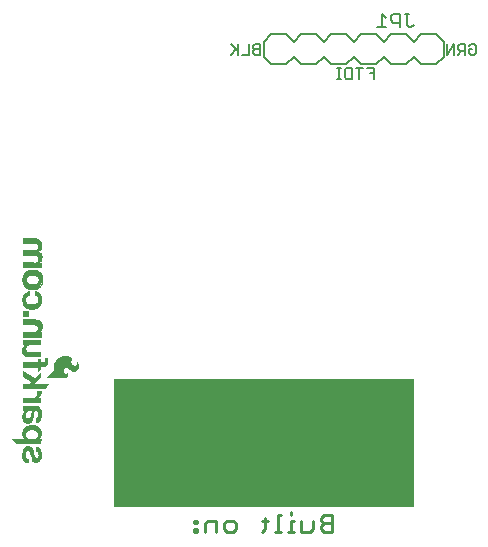
<source format=gbr>
G04 EAGLE Gerber RS-274X export*
G75*
%MOMM*%
%FSLAX34Y34*%
%LPD*%
%INSilkscreen Bottom*%
%IPPOS*%
%AMOC8*
5,1,8,0,0,1.08239X$1,22.5*%
G01*
%ADD10C,0.152400*%
%ADD11C,0.279400*%
%ADD12R,25.400000X10.795000*%
%ADD13C,0.025400*%
%ADD14R,0.485100X0.495300*%
%ADD15C,0.203200*%
%ADD16C,0.127000*%

G36*
X46563Y140567D02*
X46563Y140567D01*
X46569Y140565D01*
X47400Y140635D01*
X47411Y140641D01*
X47426Y140640D01*
X48225Y140880D01*
X48235Y140888D01*
X48249Y140890D01*
X48981Y141291D01*
X48989Y141301D01*
X49002Y141306D01*
X49552Y141776D01*
X49557Y141787D01*
X49569Y141794D01*
X50014Y142364D01*
X50017Y142376D01*
X50027Y142386D01*
X50348Y143034D01*
X50349Y143046D01*
X50357Y143058D01*
X50541Y143757D01*
X50540Y143768D01*
X50545Y143779D01*
X50618Y144719D01*
X50616Y144728D01*
X50619Y144735D01*
X50618Y144737D01*
X50618Y144739D01*
X50545Y145679D01*
X50543Y145683D01*
X50544Y145689D01*
X50468Y146172D01*
X50443Y146211D01*
X50422Y146251D01*
X50418Y146252D01*
X50416Y146255D01*
X50371Y146265D01*
X50327Y146277D01*
X50323Y146275D01*
X50319Y146276D01*
X50281Y146251D01*
X50242Y146228D01*
X50241Y146223D01*
X50238Y146221D01*
X50229Y146180D01*
X50217Y146140D01*
X50233Y145982D01*
X50205Y145844D01*
X50134Y145711D01*
X49535Y144887D01*
X49469Y144819D01*
X49421Y144769D01*
X49283Y144697D01*
X48868Y144604D01*
X48440Y144604D01*
X48024Y144697D01*
X47620Y144903D01*
X47292Y145216D01*
X46927Y145822D01*
X46720Y146500D01*
X46685Y147211D01*
X46782Y147821D01*
X46980Y148407D01*
X47273Y148950D01*
X47638Y149375D01*
X48098Y149690D01*
X48623Y149876D01*
X49179Y149919D01*
X49727Y149817D01*
X50230Y149577D01*
X50665Y149207D01*
X52206Y147754D01*
X52216Y147751D01*
X52222Y147742D01*
X53980Y146555D01*
X53993Y146553D01*
X54003Y146543D01*
X54691Y146263D01*
X54706Y146264D01*
X54721Y146255D01*
X55456Y146156D01*
X55471Y146160D01*
X55488Y146155D01*
X56225Y146242D01*
X56238Y146250D01*
X56256Y146250D01*
X56948Y146517D01*
X56959Y146528D01*
X56976Y146532D01*
X57579Y146963D01*
X57586Y146974D01*
X57598Y146979D01*
X57776Y147168D01*
X57777Y147168D01*
X58015Y147421D01*
X58016Y147421D01*
X58254Y147673D01*
X58256Y147675D01*
X58259Y147683D01*
X58267Y147688D01*
X58827Y148465D01*
X58830Y148475D01*
X58838Y148483D01*
X59226Y149263D01*
X59227Y149275D01*
X59235Y149286D01*
X59466Y150126D01*
X59465Y150138D01*
X59471Y150150D01*
X59537Y151018D01*
X59533Y151029D01*
X59537Y151040D01*
X59451Y151940D01*
X59447Y151949D01*
X59448Y151959D01*
X59228Y152837D01*
X59222Y152845D01*
X59221Y152857D01*
X59120Y153085D01*
X58968Y153441D01*
X58968Y153442D01*
X58747Y153946D01*
X58736Y153956D01*
X58731Y153973D01*
X58393Y154408D01*
X58386Y154411D01*
X58382Y154419D01*
X58357Y154444D01*
X58357Y154445D01*
X58356Y154447D01*
X58264Y154482D01*
X58175Y154441D01*
X58142Y154356D01*
X58142Y153753D01*
X58085Y153242D01*
X57946Y152752D01*
X57691Y152271D01*
X57687Y152268D01*
X57321Y151876D01*
X56861Y151590D01*
X56342Y151433D01*
X56039Y151421D01*
X55739Y151480D01*
X55245Y151686D01*
X54787Y151969D01*
X54377Y152320D01*
X54023Y152732D01*
X53372Y153634D01*
X53123Y154122D01*
X53025Y154652D01*
X53083Y155190D01*
X53148Y155364D01*
X53397Y155725D01*
X53736Y155999D01*
X53839Y156043D01*
X53959Y156059D01*
X54839Y156059D01*
X54880Y156076D01*
X54922Y156090D01*
X54925Y156095D01*
X54930Y156097D01*
X54946Y156138D01*
X54965Y156178D01*
X54963Y156184D01*
X54965Y156189D01*
X54953Y156216D01*
X54937Y156265D01*
X54016Y157391D01*
X54004Y157397D01*
X53997Y157409D01*
X52860Y158316D01*
X52849Y158319D01*
X52841Y158328D01*
X51907Y158830D01*
X51897Y158831D01*
X51889Y158837D01*
X50892Y159195D01*
X50882Y159195D01*
X50873Y159200D01*
X49834Y159407D01*
X49823Y159405D01*
X49813Y159409D01*
X47885Y159470D01*
X47874Y159465D01*
X47862Y159468D01*
X45955Y159180D01*
X45945Y159174D01*
X45933Y159174D01*
X44109Y158546D01*
X44100Y158539D01*
X44088Y158537D01*
X42407Y157590D01*
X42401Y157582D01*
X42390Y157579D01*
X41283Y156694D01*
X41280Y156689D01*
X41275Y156686D01*
X41274Y156684D01*
X41270Y156682D01*
X40917Y156308D01*
X40441Y155803D01*
X40298Y155651D01*
X40295Y155643D01*
X40287Y155637D01*
X39470Y154480D01*
X39468Y154470D01*
X39460Y154462D01*
X38860Y153232D01*
X38859Y153221D01*
X38851Y153211D01*
X38483Y151892D01*
X38485Y151881D01*
X38479Y151870D01*
X38355Y150506D01*
X38357Y150501D01*
X38355Y150495D01*
X38355Y148220D01*
X38290Y147852D01*
X38163Y147501D01*
X37574Y146511D01*
X36792Y145657D01*
X31310Y140785D01*
X31308Y140781D01*
X31303Y140779D01*
X31287Y140737D01*
X31268Y140696D01*
X31270Y140692D01*
X31268Y140687D01*
X31287Y140646D01*
X31302Y140604D01*
X31307Y140602D01*
X31309Y140598D01*
X31382Y140569D01*
X31393Y140565D01*
X31394Y140565D01*
X46558Y140565D01*
X46563Y140567D01*
G37*
G36*
X27063Y85030D02*
X27063Y85030D01*
X27102Y85040D01*
X27108Y85049D01*
X27117Y85053D01*
X27128Y85081D01*
X27150Y85118D01*
X27886Y89004D01*
X27883Y89018D01*
X27888Y89033D01*
X27873Y89065D01*
X27865Y89100D01*
X27852Y89108D01*
X27846Y89122D01*
X27807Y89136D01*
X27782Y89152D01*
X27771Y89149D01*
X27760Y89153D01*
X25843Y89129D01*
X25992Y89263D01*
X25993Y89264D01*
X25994Y89264D01*
X26959Y90153D01*
X26961Y90159D01*
X26968Y90163D01*
X27269Y90506D01*
X27273Y90517D01*
X27283Y90525D01*
X27516Y90919D01*
X27517Y90928D01*
X27524Y90936D01*
X28057Y92257D01*
X28057Y92268D01*
X28064Y92278D01*
X28166Y92760D01*
X28163Y92772D01*
X28168Y92784D01*
X28193Y94765D01*
X28189Y94776D01*
X28191Y94788D01*
X28008Y95873D01*
X28001Y95883D01*
X28001Y95898D01*
X27601Y96922D01*
X27593Y96929D01*
X27591Y96941D01*
X27050Y97843D01*
X27044Y97848D01*
X27041Y97857D01*
X26388Y98681D01*
X26378Y98687D01*
X26373Y98697D01*
X25483Y99489D01*
X25470Y99493D01*
X25461Y99505D01*
X24420Y100084D01*
X24408Y100086D01*
X24397Y100094D01*
X22284Y100768D01*
X22273Y100767D01*
X22262Y100773D01*
X20062Y101056D01*
X20051Y101053D01*
X20039Y101057D01*
X17824Y100939D01*
X17814Y100934D01*
X17802Y100936D01*
X16426Y100613D01*
X16417Y100607D01*
X16405Y100606D01*
X15105Y100050D01*
X15097Y100042D01*
X15086Y100040D01*
X13901Y99268D01*
X13895Y99259D01*
X13884Y99254D01*
X13177Y98597D01*
X13173Y98587D01*
X13163Y98581D01*
X12578Y97813D01*
X12576Y97802D01*
X12567Y97795D01*
X12121Y96939D01*
X12120Y96928D01*
X12112Y96919D01*
X11818Y96000D01*
X11819Y95990D01*
X11813Y95980D01*
X11624Y94768D01*
X11626Y94759D01*
X11623Y94750D01*
X11606Y93523D01*
X11609Y93515D01*
X11607Y93505D01*
X11762Y92288D01*
X11767Y92278D01*
X11767Y92266D01*
X12031Y91422D01*
X12039Y91412D01*
X12042Y91397D01*
X12479Y90628D01*
X12489Y90620D01*
X12494Y90606D01*
X13084Y89946D01*
X13096Y89940D01*
X13104Y89928D01*
X13820Y89408D01*
X13822Y89407D01*
X2718Y89407D01*
X2674Y89389D01*
X2631Y89372D01*
X2630Y89370D01*
X2627Y89369D01*
X2610Y89325D01*
X2592Y89281D01*
X2593Y89279D01*
X2592Y89277D01*
X2601Y89256D01*
X2624Y89196D01*
X6358Y85056D01*
X6364Y85054D01*
X6367Y85048D01*
X6427Y85024D01*
X6448Y85015D01*
X6450Y85016D01*
X6452Y85015D01*
X27026Y85015D01*
X27063Y85030D01*
G37*
G36*
X28145Y234165D02*
X28145Y234165D01*
X28147Y234164D01*
X28190Y234184D01*
X28234Y234202D01*
X28234Y234204D01*
X28236Y234205D01*
X28269Y234290D01*
X28269Y238277D01*
X28268Y238279D01*
X28269Y238281D01*
X28249Y238324D01*
X28231Y238368D01*
X28229Y238368D01*
X28228Y238370D01*
X28143Y238403D01*
X26090Y238403D01*
X26097Y238434D01*
X26493Y238736D01*
X26496Y238742D01*
X26504Y238745D01*
X27291Y239507D01*
X27294Y239515D01*
X27301Y239519D01*
X27913Y240281D01*
X27917Y240295D01*
X27930Y240307D01*
X28334Y241197D01*
X28334Y241209D01*
X28342Y241220D01*
X28596Y242312D01*
X28595Y242321D01*
X28599Y242329D01*
X28726Y243701D01*
X28723Y243711D01*
X28726Y243722D01*
X28657Y244679D01*
X28651Y244690D01*
X28652Y244704D01*
X28392Y245627D01*
X28384Y245637D01*
X28382Y245650D01*
X27979Y246440D01*
X27970Y246448D01*
X27966Y246461D01*
X27420Y247159D01*
X27409Y247165D01*
X27403Y247177D01*
X26734Y247759D01*
X26722Y247762D01*
X26720Y247765D01*
X26720Y247766D01*
X26719Y247766D01*
X26714Y247773D01*
X26056Y248153D01*
X26098Y248195D01*
X26579Y248650D01*
X26580Y248653D01*
X26583Y248654D01*
X27342Y249442D01*
X27345Y249451D01*
X27354Y249456D01*
X27992Y250345D01*
X27994Y250356D01*
X28002Y250364D01*
X28396Y251169D01*
X28396Y251181D01*
X28404Y251192D01*
X28636Y252057D01*
X28634Y252069D01*
X28640Y252081D01*
X28701Y252975D01*
X28700Y252978D01*
X28701Y252979D01*
X28698Y252985D01*
X28701Y252995D01*
X28594Y254274D01*
X28590Y254281D01*
X28592Y254288D01*
X28343Y255548D01*
X28337Y255557D01*
X28337Y255569D01*
X28011Y256435D01*
X28001Y256445D01*
X27998Y256460D01*
X27491Y257234D01*
X27479Y257241D01*
X27473Y257255D01*
X26809Y257901D01*
X26797Y257905D01*
X26788Y257917D01*
X25849Y258505D01*
X25836Y258507D01*
X25826Y258517D01*
X24787Y258903D01*
X24774Y258902D01*
X24762Y258909D01*
X23666Y259078D01*
X23657Y259075D01*
X23647Y259079D01*
X12065Y259079D01*
X12063Y259078D01*
X12061Y259079D01*
X12018Y259059D01*
X11974Y259041D01*
X11974Y259039D01*
X11972Y259038D01*
X11939Y258953D01*
X11939Y254711D01*
X11940Y254709D01*
X11939Y254707D01*
X11959Y254664D01*
X11977Y254620D01*
X11979Y254620D01*
X11980Y254618D01*
X12065Y254585D01*
X22344Y254585D01*
X23224Y254478D01*
X24046Y254166D01*
X24430Y253905D01*
X24743Y253562D01*
X24969Y253156D01*
X25097Y252708D01*
X25165Y251804D01*
X25073Y250901D01*
X24947Y250492D01*
X24737Y250119D01*
X24451Y249801D01*
X23923Y249416D01*
X23328Y249143D01*
X22689Y248994D01*
X21586Y248919D01*
X12065Y248919D01*
X12063Y248918D01*
X12061Y248919D01*
X12018Y248899D01*
X11974Y248881D01*
X11974Y248879D01*
X11972Y248878D01*
X11939Y248793D01*
X11939Y244475D01*
X11940Y244473D01*
X11939Y244471D01*
X11959Y244428D01*
X11977Y244384D01*
X11979Y244384D01*
X11980Y244382D01*
X12065Y244349D01*
X22624Y244349D01*
X23287Y244269D01*
X23906Y244038D01*
X24453Y243668D01*
X24771Y243321D01*
X25004Y242913D01*
X25140Y242462D01*
X25172Y241985D01*
X25122Y241137D01*
X25040Y240697D01*
X24862Y240293D01*
X24596Y239939D01*
X23652Y239119D01*
X23114Y238836D01*
X22523Y238704D01*
X21901Y238734D01*
X21898Y238733D01*
X21895Y238734D01*
X12090Y238734D01*
X12088Y238733D01*
X12086Y238734D01*
X12043Y238714D01*
X11999Y238696D01*
X11999Y238694D01*
X11997Y238693D01*
X11964Y238608D01*
X11964Y234290D01*
X11965Y234288D01*
X11964Y234286D01*
X11984Y234243D01*
X12002Y234199D01*
X12004Y234199D01*
X12005Y234197D01*
X12090Y234164D01*
X28143Y234164D01*
X28145Y234165D01*
G37*
G36*
X16993Y102388D02*
X16993Y102388D01*
X17005Y102393D01*
X17020Y102391D01*
X17961Y102597D01*
X17973Y102606D01*
X17990Y102607D01*
X18852Y103036D01*
X18861Y103046D01*
X18876Y103051D01*
X19485Y103549D01*
X19489Y103557D01*
X19497Y103560D01*
X19498Y103564D01*
X19503Y103567D01*
X20001Y104177D01*
X20004Y104189D01*
X20015Y104198D01*
X20381Y104894D01*
X20382Y104905D01*
X20389Y104914D01*
X20873Y106399D01*
X20872Y106407D01*
X20877Y106416D01*
X21155Y107953D01*
X21154Y107957D01*
X21157Y107962D01*
X21385Y110168D01*
X21611Y111474D01*
X21776Y111943D01*
X22022Y112371D01*
X22283Y112655D01*
X22370Y112715D01*
X22467Y112757D01*
X22988Y112868D01*
X23519Y112868D01*
X24040Y112757D01*
X24354Y112618D01*
X24633Y112419D01*
X24867Y112166D01*
X25060Y111852D01*
X25188Y111506D01*
X25249Y111137D01*
X25299Y109782D01*
X25245Y109195D01*
X25080Y108634D01*
X24825Y108170D01*
X24469Y107780D01*
X24031Y107485D01*
X23536Y107301D01*
X23005Y107238D01*
X22962Y107238D01*
X22960Y107237D01*
X22958Y107238D01*
X22915Y107218D01*
X22871Y107200D01*
X22871Y107198D01*
X22869Y107197D01*
X22836Y107112D01*
X22836Y102971D01*
X22834Y102970D01*
X22824Y102928D01*
X22810Y102886D01*
X22813Y102880D01*
X22812Y102874D01*
X22828Y102849D01*
X22849Y102804D01*
X22874Y102779D01*
X22875Y102779D01*
X22917Y102763D01*
X22966Y102744D01*
X22967Y102744D01*
X23009Y102764D01*
X23052Y102783D01*
X23943Y102905D01*
X23954Y102911D01*
X23969Y102911D01*
X24910Y103245D01*
X24920Y103254D01*
X24934Y103257D01*
X25787Y103776D01*
X25795Y103787D01*
X25808Y103792D01*
X26538Y104475D01*
X26543Y104487D01*
X26555Y104495D01*
X27129Y105312D01*
X27132Y105324D01*
X27141Y105333D01*
X27670Y106491D01*
X27670Y106501D01*
X27677Y106510D01*
X28011Y107739D01*
X28010Y107748D01*
X28014Y107757D01*
X28228Y109497D01*
X28225Y109505D01*
X28228Y109513D01*
X28220Y111267D01*
X28217Y111274D01*
X28219Y111283D01*
X27989Y113022D01*
X27984Y113030D01*
X27985Y113041D01*
X27560Y114455D01*
X27552Y114464D01*
X27551Y114478D01*
X26857Y115781D01*
X26847Y115790D01*
X26842Y115804D01*
X26359Y116366D01*
X26345Y116373D01*
X26336Y116387D01*
X25731Y116814D01*
X25716Y116817D01*
X25704Y116829D01*
X25013Y117096D01*
X24998Y117095D01*
X24983Y117103D01*
X24248Y117194D01*
X24240Y117192D01*
X24232Y117195D01*
X19406Y117195D01*
X19404Y117194D01*
X19402Y117195D01*
X19387Y117188D01*
X19303Y117220D01*
X14965Y117195D01*
X13628Y117297D01*
X12333Y117646D01*
X12134Y117720D01*
X12109Y117719D01*
X12086Y117728D01*
X12062Y117717D01*
X12036Y117716D01*
X12019Y117697D01*
X11997Y117687D01*
X11986Y117660D01*
X11970Y117642D01*
X11972Y117623D01*
X11964Y117602D01*
X11964Y113568D01*
X11961Y113532D01*
X11970Y113504D01*
X11974Y113464D01*
X11993Y113427D01*
X12010Y113413D01*
X12015Y113402D01*
X12022Y113399D01*
X12039Y113376D01*
X12075Y113355D01*
X12092Y113352D01*
X12108Y113340D01*
X12388Y113264D01*
X12391Y113265D01*
X12394Y113263D01*
X13423Y113036D01*
X13446Y113027D01*
X13452Y113020D01*
X13454Y113012D01*
X13453Y113003D01*
X13437Y112979D01*
X12734Y112152D01*
X12730Y112141D01*
X12720Y112132D01*
X12180Y111181D01*
X12179Y111170D01*
X12171Y111160D01*
X11818Y110125D01*
X11819Y110113D01*
X11813Y110103D01*
X11572Y108485D01*
X11575Y108475D01*
X11571Y108464D01*
X11609Y106829D01*
X11614Y106818D01*
X11612Y106804D01*
X11920Y105432D01*
X11928Y105421D01*
X11929Y105406D01*
X12535Y104137D01*
X12545Y104128D01*
X12549Y104114D01*
X12891Y103666D01*
X12901Y103660D01*
X12907Y103648D01*
X13327Y103271D01*
X13338Y103267D01*
X13346Y103257D01*
X13829Y102965D01*
X13840Y102963D01*
X13850Y102955D01*
X14843Y102582D01*
X14854Y102582D01*
X14865Y102576D01*
X15909Y102387D01*
X15920Y102390D01*
X15932Y102385D01*
X16993Y102388D01*
G37*
G36*
X31363Y131530D02*
X31363Y131530D01*
X31383Y131528D01*
X31410Y131550D01*
X31435Y131560D01*
X31440Y131575D01*
X31454Y131585D01*
X33816Y135725D01*
X33820Y135760D01*
X33832Y135792D01*
X33825Y135807D01*
X33827Y135823D01*
X33805Y135850D01*
X33791Y135881D01*
X33775Y135888D01*
X33765Y135900D01*
X33738Y135902D01*
X33706Y135914D01*
X22276Y135914D01*
X27750Y141389D01*
X27752Y141392D01*
X27754Y141393D01*
X27787Y141478D01*
X27787Y146152D01*
X27787Y146154D01*
X27787Y146155D01*
X27767Y146199D01*
X27749Y146243D01*
X27747Y146243D01*
X27746Y146245D01*
X27702Y146261D01*
X27657Y146278D01*
X27655Y146277D01*
X27654Y146278D01*
X27571Y146240D01*
X22005Y140549D01*
X12110Y147146D01*
X12072Y147153D01*
X12035Y147167D01*
X12025Y147162D01*
X12013Y147164D01*
X11982Y147142D01*
X11946Y147125D01*
X11942Y147114D01*
X11933Y147108D01*
X11928Y147078D01*
X11914Y147040D01*
X11939Y141960D01*
X11946Y141943D01*
X11944Y141925D01*
X11966Y141896D01*
X11978Y141870D01*
X11990Y141865D01*
X12000Y141853D01*
X18978Y137620D01*
X18904Y137543D01*
X18782Y137417D01*
X18781Y137417D01*
X18413Y137038D01*
X18291Y136912D01*
X18168Y136786D01*
X17800Y136407D01*
X17677Y136281D01*
X17555Y136155D01*
X17371Y135965D01*
X11963Y135965D01*
X11961Y135964D01*
X11959Y135965D01*
X11916Y135945D01*
X11872Y135927D01*
X11872Y135925D01*
X11870Y135924D01*
X11837Y135839D01*
X11837Y131699D01*
X11838Y131696D01*
X11837Y131693D01*
X11874Y131610D01*
X11925Y131559D01*
X11928Y131558D01*
X11929Y131555D01*
X12014Y131522D01*
X31344Y131522D01*
X31363Y131530D01*
G37*
G36*
X27739Y158422D02*
X27739Y158422D01*
X27741Y158421D01*
X27784Y158441D01*
X27828Y158459D01*
X27828Y158461D01*
X27830Y158462D01*
X27863Y158547D01*
X27863Y162687D01*
X27862Y162689D01*
X27863Y162691D01*
X27843Y162734D01*
X27825Y162778D01*
X27823Y162778D01*
X27822Y162780D01*
X27737Y162813D01*
X17740Y162813D01*
X16910Y162962D01*
X16142Y163305D01*
X15780Y163577D01*
X15479Y163918D01*
X15254Y164313D01*
X15031Y165002D01*
X14951Y165721D01*
X15018Y166442D01*
X15230Y167133D01*
X15518Y167643D01*
X15915Y168074D01*
X16400Y168401D01*
X16950Y168610D01*
X18154Y168835D01*
X19384Y168911D01*
X27686Y168911D01*
X27688Y168912D01*
X27690Y168911D01*
X27733Y168931D01*
X27777Y168949D01*
X27777Y168951D01*
X27779Y168952D01*
X27812Y169037D01*
X27812Y173253D01*
X27811Y173255D01*
X27812Y173257D01*
X27792Y173300D01*
X27774Y173344D01*
X27772Y173344D01*
X27771Y173346D01*
X27686Y173379D01*
X12065Y173379D01*
X12063Y173378D01*
X12061Y173379D01*
X12018Y173359D01*
X11974Y173341D01*
X11974Y173339D01*
X11972Y173338D01*
X11939Y173253D01*
X11939Y169240D01*
X11940Y169238D01*
X11939Y169236D01*
X11959Y169193D01*
X11977Y169149D01*
X11979Y169149D01*
X11980Y169147D01*
X12065Y169114D01*
X14122Y169114D01*
X13481Y168607D01*
X13477Y168599D01*
X13468Y168595D01*
X13361Y168482D01*
X13241Y168356D01*
X13002Y168104D01*
X12882Y167977D01*
X12762Y167851D01*
X12683Y167768D01*
X12680Y167759D01*
X12672Y167754D01*
X12013Y166824D01*
X12011Y166815D01*
X12003Y166807D01*
X11881Y166562D01*
X11880Y166551D01*
X11873Y166542D01*
X11792Y166280D01*
X11793Y166271D01*
X11788Y166262D01*
X11565Y164784D01*
X11567Y164776D01*
X11563Y164768D01*
X11533Y163274D01*
X11537Y163264D01*
X11534Y163253D01*
X11681Y162220D01*
X11687Y162210D01*
X11687Y162196D01*
X12030Y161210D01*
X12038Y161201D01*
X12040Y161188D01*
X12566Y160286D01*
X12576Y160279D01*
X12581Y160266D01*
X12809Y160012D01*
X12820Y160006D01*
X12828Y159995D01*
X13713Y159335D01*
X13724Y159332D01*
X13733Y159322D01*
X14723Y158834D01*
X14735Y158834D01*
X14745Y158826D01*
X15808Y158526D01*
X15819Y158528D01*
X15831Y158522D01*
X16930Y158421D01*
X16936Y158423D01*
X16942Y158421D01*
X27737Y158421D01*
X27739Y158422D01*
G37*
G36*
X27713Y175618D02*
X27713Y175618D01*
X27715Y175617D01*
X27758Y175637D01*
X27802Y175655D01*
X27802Y175657D01*
X27804Y175658D01*
X27837Y175743D01*
X27837Y179781D01*
X27836Y179783D01*
X27837Y179785D01*
X27817Y179828D01*
X27799Y179872D01*
X27797Y179872D01*
X27796Y179874D01*
X27711Y179907D01*
X25643Y179907D01*
X25672Y179949D01*
X25808Y180063D01*
X26186Y180340D01*
X26188Y180344D01*
X26193Y180346D01*
X26666Y180748D01*
X26670Y180755D01*
X26678Y180759D01*
X27094Y181220D01*
X27097Y181231D01*
X27107Y181238D01*
X27674Y182136D01*
X27677Y182149D01*
X27686Y182160D01*
X28055Y183157D01*
X28055Y183169D01*
X28062Y183182D01*
X28217Y184234D01*
X28214Y184244D01*
X28218Y184255D01*
X28197Y185090D01*
X28188Y185468D01*
X28179Y185847D01*
X28168Y186261D01*
X28164Y186272D01*
X28166Y186284D01*
X27960Y187261D01*
X27952Y187273D01*
X27951Y187289D01*
X27529Y188194D01*
X27518Y188203D01*
X27514Y188218D01*
X26896Y189003D01*
X26885Y189009D01*
X26879Y189021D01*
X26304Y189510D01*
X26293Y189513D01*
X26286Y189523D01*
X25637Y189907D01*
X25626Y189909D01*
X25617Y189917D01*
X24912Y190186D01*
X24903Y190186D01*
X24894Y190191D01*
X23787Y190431D01*
X23778Y190429D01*
X23770Y190434D01*
X22641Y190524D01*
X22636Y190522D01*
X22631Y190524D01*
X12090Y190524D01*
X12088Y190523D01*
X12086Y190524D01*
X12043Y190504D01*
X11999Y190486D01*
X11999Y190484D01*
X11997Y190483D01*
X11964Y190398D01*
X11964Y186309D01*
X11965Y186307D01*
X11964Y186305D01*
X11984Y186262D01*
X12002Y186218D01*
X12004Y186218D01*
X12005Y186216D01*
X12090Y186183D01*
X21736Y186183D01*
X22454Y186118D01*
X23142Y185927D01*
X23784Y185617D01*
X24171Y185321D01*
X24480Y184947D01*
X24697Y184512D01*
X24774Y184212D01*
X24791Y183896D01*
X24741Y182791D01*
X24654Y182235D01*
X24450Y181719D01*
X24136Y181262D01*
X23567Y180745D01*
X22888Y180382D01*
X22138Y180166D01*
X21355Y180085D01*
X11989Y180085D01*
X11987Y180084D01*
X11985Y180085D01*
X11942Y180065D01*
X11898Y180047D01*
X11898Y180045D01*
X11896Y180044D01*
X11863Y179959D01*
X11863Y175743D01*
X11864Y175741D01*
X11863Y175739D01*
X11883Y175696D01*
X11901Y175652D01*
X11903Y175652D01*
X11904Y175650D01*
X11989Y175617D01*
X27711Y175617D01*
X27713Y175618D01*
G37*
G36*
X20474Y215857D02*
X20474Y215857D01*
X20500Y215853D01*
X24056Y216666D01*
X24077Y216681D01*
X24106Y216690D01*
X26824Y218824D01*
X26836Y218846D01*
X26859Y218867D01*
X28536Y222245D01*
X28537Y222265D01*
X28548Y222286D01*
X28725Y223759D01*
X28723Y223766D01*
X28726Y223774D01*
X28726Y223825D01*
X28718Y223845D01*
X28717Y223871D01*
X28667Y223998D01*
X28647Y224019D01*
X28635Y224045D01*
X28613Y224054D01*
X28599Y224069D01*
X28575Y224068D01*
X28550Y224078D01*
X25629Y224078D01*
X25589Y224061D01*
X25548Y224049D01*
X25544Y224042D01*
X25538Y224040D01*
X25527Y224012D01*
X25504Y223969D01*
X25354Y222874D01*
X24719Y221726D01*
X23635Y220938D01*
X22746Y220542D01*
X21272Y220268D01*
X19413Y220218D01*
X18165Y220393D01*
X17016Y220767D01*
X15989Y221305D01*
X14981Y222953D01*
X14759Y224701D01*
X15351Y226452D01*
X16332Y227531D01*
X17542Y228074D01*
X19090Y228449D01*
X20515Y228449D01*
X22444Y228198D01*
X24056Y227454D01*
X24865Y226620D01*
X25378Y225667D01*
X25477Y224480D01*
X25477Y224384D01*
X25478Y224381D01*
X25477Y224378D01*
X25497Y224336D01*
X25515Y224293D01*
X25518Y224292D01*
X25520Y224289D01*
X25605Y224258D01*
X25607Y224258D01*
X28577Y224308D01*
X28586Y224312D01*
X28595Y224309D01*
X28630Y224331D01*
X28660Y224344D01*
X28666Y224347D01*
X28667Y224348D01*
X28670Y224357D01*
X28678Y224362D01*
X28691Y224413D01*
X28701Y224439D01*
X28701Y224440D01*
X28699Y224445D01*
X28700Y224450D01*
X28446Y226457D01*
X28440Y226468D01*
X28440Y226482D01*
X27881Y228108D01*
X27870Y228120D01*
X27866Y228139D01*
X26495Y230120D01*
X26482Y230128D01*
X26473Y230144D01*
X25203Y231236D01*
X25187Y231241D01*
X25172Y231255D01*
X22835Y232296D01*
X22818Y232297D01*
X22800Y232306D01*
X20615Y232586D01*
X20600Y232582D01*
X20584Y232586D01*
X18476Y232332D01*
X18468Y232328D01*
X18457Y232329D01*
X15993Y231643D01*
X15979Y231632D01*
X15960Y231628D01*
X14665Y230815D01*
X14656Y230803D01*
X14641Y230795D01*
X13498Y229601D01*
X13494Y229593D01*
X13486Y229587D01*
X12699Y228470D01*
X12695Y228453D01*
X12683Y228438D01*
X12048Y226584D01*
X12049Y226570D01*
X12041Y226556D01*
X11787Y224041D01*
X11792Y224027D01*
X11788Y224011D01*
X12194Y221014D01*
X12206Y220993D01*
X12212Y220964D01*
X13990Y218119D01*
X14011Y218105D01*
X14029Y218080D01*
X16518Y216480D01*
X16541Y216476D01*
X16566Y216461D01*
X20452Y215851D01*
X20474Y215857D01*
G37*
G36*
X17048Y68593D02*
X17048Y68593D01*
X17078Y68596D01*
X17079Y68597D01*
X17080Y68597D01*
X17089Y68608D01*
X17102Y68613D01*
X17105Y68619D01*
X17111Y68622D01*
X17123Y68652D01*
X17139Y68672D01*
X17139Y68674D01*
X17140Y68675D01*
X17139Y68690D01*
X17144Y68702D01*
X17143Y68705D01*
X17144Y68707D01*
X17144Y72568D01*
X17143Y72570D01*
X17144Y72572D01*
X17124Y72615D01*
X17106Y72659D01*
X17104Y72659D01*
X17103Y72661D01*
X17018Y72694D01*
X16971Y72694D01*
X16474Y72723D01*
X16012Y72870D01*
X15598Y73125D01*
X15155Y73567D01*
X14818Y74094D01*
X14601Y74681D01*
X14528Y75243D01*
X14528Y76573D01*
X14602Y77176D01*
X14799Y77743D01*
X15111Y78256D01*
X15195Y78340D01*
X15319Y78467D01*
X15395Y78544D01*
X15740Y78752D01*
X16125Y78869D01*
X16529Y78886D01*
X16924Y78801D01*
X17286Y78621D01*
X17590Y78355D01*
X17821Y78019D01*
X18291Y76912D01*
X18597Y75738D01*
X19460Y72107D01*
X19465Y72100D01*
X19465Y72091D01*
X19771Y71283D01*
X19777Y71276D01*
X19779Y71266D01*
X20206Y70515D01*
X20213Y70509D01*
X20217Y70499D01*
X20754Y69822D01*
X20764Y69817D01*
X20770Y69806D01*
X21155Y69469D01*
X21168Y69465D01*
X21177Y69454D01*
X21624Y69205D01*
X21637Y69204D01*
X21648Y69195D01*
X22137Y69043D01*
X22149Y69045D01*
X22162Y69038D01*
X23298Y68933D01*
X23311Y68936D01*
X23324Y68933D01*
X24458Y69062D01*
X24469Y69068D01*
X24483Y69067D01*
X25567Y69425D01*
X25576Y69433D01*
X25590Y69435D01*
X26112Y69734D01*
X26119Y69744D01*
X26132Y69749D01*
X26587Y70143D01*
X26592Y70154D01*
X26604Y70161D01*
X26973Y70637D01*
X26976Y70648D01*
X26985Y70657D01*
X27639Y71938D01*
X27640Y71949D01*
X27647Y71959D01*
X28058Y73337D01*
X28057Y73348D01*
X28063Y73360D01*
X28218Y74789D01*
X28216Y74796D01*
X28218Y74803D01*
X28218Y76606D01*
X28216Y76612D01*
X28218Y76619D01*
X28078Y78012D01*
X28073Y78021D01*
X28074Y78032D01*
X27706Y79383D01*
X27699Y79393D01*
X27697Y79406D01*
X27159Y80503D01*
X27149Y80512D01*
X27145Y80526D01*
X26388Y81485D01*
X26378Y81491D01*
X26373Y81502D01*
X25977Y81850D01*
X25968Y81853D01*
X25962Y81862D01*
X25520Y82148D01*
X25510Y82150D01*
X25503Y82157D01*
X24715Y82513D01*
X24710Y82513D01*
X24706Y82517D01*
X24148Y82720D01*
X24128Y82719D01*
X24123Y82721D01*
X24100Y82721D01*
X24080Y82725D01*
X24066Y82716D01*
X24054Y82725D01*
X24048Y82723D01*
X24041Y82727D01*
X23330Y82803D01*
X23322Y82800D01*
X23313Y82803D01*
X23276Y82786D01*
X23236Y82774D01*
X23232Y82766D01*
X23224Y82762D01*
X23204Y82712D01*
X23191Y82686D01*
X23193Y82682D01*
X23191Y82677D01*
X23191Y78791D01*
X23209Y78747D01*
X23227Y78703D01*
X23228Y78702D01*
X23229Y78700D01*
X23248Y78693D01*
X23309Y78665D01*
X23569Y78649D01*
X23812Y78594D01*
X24164Y78444D01*
X24477Y78226D01*
X24741Y77951D01*
X25012Y77528D01*
X25201Y77061D01*
X25299Y76565D01*
X25343Y75718D01*
X25299Y74869D01*
X25214Y74420D01*
X25057Y73996D01*
X24862Y73695D01*
X24594Y73462D01*
X24252Y73307D01*
X23880Y73259D01*
X23511Y73324D01*
X23150Y73508D01*
X22857Y73791D01*
X22441Y74466D01*
X22169Y75218D01*
X21765Y77241D01*
X21764Y77242D01*
X21764Y77243D01*
X21383Y78966D01*
X21378Y78973D01*
X21378Y78982D01*
X20768Y80638D01*
X20762Y80644D01*
X20761Y80654D01*
X20356Y81410D01*
X20349Y81416D01*
X20346Y81425D01*
X19838Y82117D01*
X19828Y82122D01*
X19823Y82134D01*
X19473Y82466D01*
X19461Y82471D01*
X19452Y82482D01*
X19040Y82734D01*
X19026Y82736D01*
X19014Y82746D01*
X18011Y83083D01*
X17996Y83082D01*
X17982Y83090D01*
X16927Y83184D01*
X16918Y83181D01*
X16907Y83184D01*
X15866Y83108D01*
X15858Y83104D01*
X15848Y83105D01*
X15184Y82963D01*
X15174Y82956D01*
X15161Y82955D01*
X14536Y82689D01*
X14527Y82681D01*
X14515Y82678D01*
X13951Y82299D01*
X13944Y82289D01*
X13933Y82284D01*
X13190Y81558D01*
X13186Y81548D01*
X13180Y81546D01*
X13180Y81544D01*
X13175Y81542D01*
X12569Y80698D01*
X12567Y80688D01*
X12558Y80679D01*
X12107Y79744D01*
X12106Y79733D01*
X12099Y79723D01*
X11817Y78723D01*
X11818Y78715D01*
X11813Y78706D01*
X11631Y77392D01*
X11633Y77385D01*
X11630Y77379D01*
X11583Y76052D01*
X11585Y76046D01*
X11583Y76039D01*
X11761Y73473D01*
X11766Y73464D01*
X11764Y73454D01*
X11976Y72533D01*
X11984Y72522D01*
X11985Y72508D01*
X12382Y71651D01*
X12389Y71645D01*
X12391Y71636D01*
X13153Y70442D01*
X13159Y70438D01*
X13162Y70429D01*
X13593Y69914D01*
X13604Y69909D01*
X13610Y69897D01*
X14134Y69477D01*
X14145Y69473D01*
X14154Y69463D01*
X14750Y69154D01*
X14759Y69153D01*
X14767Y69146D01*
X16037Y68714D01*
X16047Y68715D01*
X16056Y68710D01*
X16640Y68608D01*
X16647Y68609D01*
X16653Y68606D01*
X17009Y68581D01*
X17016Y68583D01*
X17022Y68581D01*
X17048Y68593D01*
G37*
G36*
X21492Y198832D02*
X21492Y198832D01*
X21501Y198836D01*
X21513Y198834D01*
X23003Y199132D01*
X23013Y199139D01*
X23026Y199139D01*
X24432Y199716D01*
X24440Y199724D01*
X24453Y199727D01*
X25724Y200561D01*
X25730Y200571D01*
X25742Y200576D01*
X26830Y201637D01*
X26835Y201648D01*
X26846Y201656D01*
X27711Y202905D01*
X27714Y202917D01*
X27723Y202926D01*
X28335Y204317D01*
X28335Y204329D01*
X28342Y204341D01*
X28675Y205847D01*
X28672Y205859D01*
X28678Y205872D01*
X28701Y207414D01*
X28698Y207423D01*
X28700Y207433D01*
X28511Y208867D01*
X28508Y208872D01*
X28509Y208878D01*
X28190Y210289D01*
X28185Y210297D01*
X28184Y210307D01*
X27727Y211464D01*
X27717Y211474D01*
X27714Y211488D01*
X27017Y212519D01*
X27006Y212526D01*
X26999Y212540D01*
X26096Y213395D01*
X26084Y213400D01*
X26075Y213412D01*
X25008Y214052D01*
X24996Y214054D01*
X24987Y214063D01*
X23832Y214487D01*
X23822Y214487D01*
X23813Y214492D01*
X22605Y214729D01*
X22591Y214726D01*
X22577Y214731D01*
X22544Y214716D01*
X22509Y214709D01*
X22501Y214696D01*
X22488Y214690D01*
X22472Y214651D01*
X22456Y214625D01*
X22459Y214615D01*
X22455Y214605D01*
X22455Y210414D01*
X22456Y210412D01*
X22455Y210410D01*
X22475Y210367D01*
X22493Y210323D01*
X22495Y210323D01*
X22496Y210321D01*
X22581Y210288D01*
X22599Y210288D01*
X23178Y210221D01*
X23720Y210028D01*
X24205Y209717D01*
X24606Y209304D01*
X24904Y208811D01*
X25165Y208019D01*
X25248Y207187D01*
X25182Y206347D01*
X25001Y205526D01*
X24815Y205112D01*
X24525Y204765D01*
X23614Y204078D01*
X22589Y203573D01*
X21486Y203268D01*
X20345Y203175D01*
X18785Y203304D01*
X17261Y203650D01*
X16544Y203965D01*
X15925Y204440D01*
X15436Y205048D01*
X15106Y205756D01*
X14925Y206535D01*
X14884Y207336D01*
X14957Y207926D01*
X15130Y208495D01*
X15398Y209025D01*
X15743Y209468D01*
X16175Y209826D01*
X16765Y210147D01*
X17402Y210362D01*
X18078Y210466D01*
X18114Y210488D01*
X18152Y210506D01*
X18155Y210514D01*
X18162Y210518D01*
X18168Y210548D01*
X18185Y210591D01*
X18185Y214655D01*
X18184Y214657D01*
X18185Y214659D01*
X18165Y214702D01*
X18147Y214746D01*
X18145Y214746D01*
X18144Y214748D01*
X18059Y214781D01*
X18009Y214781D01*
X18005Y214780D01*
X18001Y214781D01*
X17526Y214749D01*
X17519Y214745D01*
X17509Y214747D01*
X17044Y214652D01*
X17035Y214646D01*
X17023Y214646D01*
X15632Y214104D01*
X15623Y214095D01*
X15609Y214092D01*
X14358Y213277D01*
X14351Y213266D01*
X14338Y213261D01*
X13280Y212208D01*
X13275Y212196D01*
X13263Y212188D01*
X12443Y210940D01*
X12440Y210929D01*
X12432Y210920D01*
X11970Y209827D01*
X11970Y209817D01*
X11964Y209808D01*
X11682Y208655D01*
X11683Y208645D01*
X11679Y208635D01*
X11583Y207452D01*
X11586Y207444D01*
X11583Y207434D01*
X11682Y205848D01*
X11685Y205841D01*
X11684Y205834D01*
X11966Y204270D01*
X11971Y204262D01*
X11970Y204252D01*
X12325Y203182D01*
X12331Y203174D01*
X12333Y203163D01*
X12859Y202166D01*
X12867Y202159D01*
X12871Y202148D01*
X13555Y201252D01*
X13564Y201247D01*
X13569Y201237D01*
X14392Y200466D01*
X14401Y200462D01*
X14408Y200453D01*
X15424Y199771D01*
X15434Y199769D01*
X15442Y199761D01*
X16553Y199247D01*
X16562Y199247D01*
X16571Y199240D01*
X17749Y198906D01*
X17759Y198907D01*
X17768Y198902D01*
X18984Y198757D01*
X18993Y198759D01*
X19003Y198756D01*
X21492Y198832D01*
G37*
G36*
X25024Y145797D02*
X25024Y145797D01*
X25025Y145797D01*
X25108Y145834D01*
X27775Y148501D01*
X27777Y148504D01*
X27779Y148505D01*
X27812Y148590D01*
X27812Y149836D01*
X28143Y149836D01*
X28145Y149837D01*
X28152Y149837D01*
X28153Y149836D01*
X30287Y150013D01*
X30297Y150018D01*
X30309Y150017D01*
X30876Y150165D01*
X30885Y150172D01*
X30897Y150173D01*
X31428Y150422D01*
X31436Y150430D01*
X31448Y150433D01*
X31925Y150773D01*
X31931Y150783D01*
X31943Y150789D01*
X32653Y151532D01*
X32657Y151543D01*
X32668Y151551D01*
X33218Y152419D01*
X33220Y152431D01*
X33229Y152441D01*
X33598Y153399D01*
X33598Y153412D01*
X33605Y153423D01*
X33779Y154436D01*
X33777Y154446D01*
X33781Y154457D01*
X33781Y156007D01*
X33780Y156010D01*
X33781Y156014D01*
X33705Y157331D01*
X33705Y157353D01*
X33704Y157355D01*
X33705Y157357D01*
X33685Y157400D01*
X33667Y157444D01*
X33665Y157444D01*
X33664Y157446D01*
X33579Y157479D01*
X30556Y157479D01*
X30554Y157478D01*
X30552Y157479D01*
X30509Y157459D01*
X30465Y157441D01*
X30465Y157439D01*
X30463Y157438D01*
X30430Y157353D01*
X30430Y157277D01*
X30432Y157272D01*
X30430Y157265D01*
X30456Y156985D01*
X30541Y156070D01*
X30458Y155170D01*
X30361Y154888D01*
X30191Y154648D01*
X29959Y154466D01*
X29536Y154291D01*
X29074Y154228D01*
X27812Y154228D01*
X27812Y157074D01*
X27811Y157076D01*
X27812Y157078D01*
X27792Y157121D01*
X27774Y157165D01*
X27772Y157165D01*
X27771Y157167D01*
X27686Y157200D01*
X25019Y157200D01*
X25017Y157199D01*
X25015Y157200D01*
X24972Y157180D01*
X24928Y157162D01*
X24928Y157160D01*
X24926Y157159D01*
X24893Y157074D01*
X24893Y154202D01*
X11989Y154202D01*
X11987Y154201D01*
X11985Y154202D01*
X11942Y154182D01*
X11898Y154164D01*
X11898Y154162D01*
X11896Y154161D01*
X11863Y154076D01*
X11863Y149911D01*
X11864Y149909D01*
X11863Y149907D01*
X11883Y149864D01*
X11901Y149820D01*
X11903Y149820D01*
X11904Y149818D01*
X11989Y149785D01*
X24869Y149785D01*
X24893Y145922D01*
X24893Y145921D01*
X24913Y145876D01*
X24932Y145832D01*
X24933Y145831D01*
X24978Y145814D01*
X25024Y145797D01*
X25024Y145797D01*
G37*
G36*
X26975Y119686D02*
X26975Y119686D01*
X27013Y119702D01*
X27052Y119712D01*
X27057Y119721D01*
X27066Y119724D01*
X27077Y119753D01*
X27099Y119790D01*
X27785Y123651D01*
X27782Y123664D01*
X27787Y123677D01*
X27772Y123711D01*
X27763Y123747D01*
X27752Y123754D01*
X27746Y123766D01*
X27705Y123782D01*
X27679Y123798D01*
X27670Y123796D01*
X27661Y123799D01*
X24881Y123799D01*
X24896Y123846D01*
X25164Y124025D01*
X26206Y124711D01*
X26210Y124716D01*
X26217Y124719D01*
X26600Y125035D01*
X26607Y125048D01*
X26620Y125056D01*
X26922Y125450D01*
X26923Y125455D01*
X26927Y125458D01*
X27512Y126347D01*
X27513Y126350D01*
X27516Y126353D01*
X27869Y126964D01*
X27871Y126976D01*
X27880Y126987D01*
X28103Y127657D01*
X28102Y127669D01*
X28108Y127681D01*
X28192Y128382D01*
X28189Y128392D01*
X28193Y128404D01*
X28117Y129776D01*
X28096Y129819D01*
X28076Y129862D01*
X28074Y129863D01*
X28074Y129864D01*
X28056Y129870D01*
X27991Y129895D01*
X24130Y129895D01*
X24128Y129894D01*
X24126Y129895D01*
X24083Y129875D01*
X24039Y129857D01*
X24039Y129855D01*
X24037Y129854D01*
X24004Y129769D01*
X24004Y129743D01*
X24008Y129734D01*
X24005Y129723D01*
X24030Y129571D01*
X24032Y129568D01*
X24031Y129565D01*
X24156Y128968D01*
X24156Y127443D01*
X24064Y126901D01*
X23883Y126383D01*
X23619Y125904D01*
X23059Y125237D01*
X22367Y124712D01*
X21574Y124351D01*
X20755Y124151D01*
X19909Y124078D01*
X12090Y124078D01*
X12088Y124077D01*
X12086Y124078D01*
X12043Y124058D01*
X11999Y124040D01*
X11999Y124038D01*
X11997Y124037D01*
X11964Y123952D01*
X11964Y119786D01*
X11965Y119784D01*
X11964Y119782D01*
X11984Y119739D01*
X12002Y119695D01*
X12004Y119694D01*
X12005Y119692D01*
X12090Y119660D01*
X26975Y119686D01*
G37*
%LPC*%
G36*
X18604Y89255D02*
X18604Y89255D01*
X17835Y89379D01*
X17160Y89604D01*
X17148Y89603D01*
X17136Y89609D01*
X17099Y89614D01*
X17072Y89606D01*
X17061Y89606D01*
X17048Y89634D01*
X17028Y89678D01*
X17027Y89678D01*
X17027Y89679D01*
X16942Y89712D01*
X16904Y89712D01*
X16845Y89724D01*
X16785Y89766D01*
X16784Y89766D01*
X16783Y89767D01*
X16707Y89818D01*
X16701Y89819D01*
X16696Y89825D01*
X16132Y90124D01*
X15663Y90536D01*
X15300Y91045D01*
X15010Y91723D01*
X14858Y92445D01*
X14852Y93355D01*
X15031Y94246D01*
X15369Y94985D01*
X15885Y95611D01*
X16543Y96083D01*
X17304Y96372D01*
X19251Y96676D01*
X21222Y96673D01*
X22192Y96482D01*
X23091Y96079D01*
X23877Y95482D01*
X24507Y94723D01*
X24767Y94223D01*
X24923Y93681D01*
X24969Y93114D01*
X24918Y92039D01*
X24844Y91667D01*
X24682Y91329D01*
X24126Y90617D01*
X23446Y90019D01*
X22739Y89606D01*
X21965Y89339D01*
X21150Y89229D01*
X18604Y89255D01*
G37*
%LPD*%
%LPC*%
G36*
X15993Y106730D02*
X15993Y106730D01*
X15685Y106801D01*
X15400Y106936D01*
X15150Y107127D01*
X14853Y107489D01*
X14650Y107910D01*
X14553Y108371D01*
X14503Y109899D01*
X14652Y110941D01*
X14774Y111263D01*
X14959Y111554D01*
X15286Y111892D01*
X15530Y112145D01*
X15678Y112298D01*
X15897Y112448D01*
X16146Y112555D01*
X16311Y112602D01*
X17381Y112809D01*
X18470Y112879D01*
X19304Y112879D01*
X19306Y112880D01*
X19308Y112879D01*
X19351Y112899D01*
X19353Y112899D01*
X19406Y112879D01*
X19698Y112879D01*
X19571Y112737D01*
X19566Y112722D01*
X19553Y112711D01*
X19446Y112504D01*
X19445Y112492D01*
X19437Y112482D01*
X19149Y111518D01*
X19150Y111510D01*
X19146Y111503D01*
X18977Y110511D01*
X18978Y110507D01*
X18975Y110503D01*
X18823Y109060D01*
X18718Y108510D01*
X18521Y107992D01*
X18237Y107518D01*
X17993Y107250D01*
X17695Y107046D01*
X17153Y106826D01*
X16578Y106719D01*
X15993Y106730D01*
G37*
%LPD*%
D10*
X389841Y421985D02*
X391282Y423425D01*
X394163Y423425D01*
X395604Y421985D01*
X395604Y416223D01*
X394163Y414782D01*
X391282Y414782D01*
X389841Y416223D01*
X389841Y419104D01*
X392722Y419104D01*
X386248Y423425D02*
X386248Y414782D01*
X386248Y423425D02*
X381927Y423425D01*
X380486Y421985D01*
X380486Y419104D01*
X381927Y417663D01*
X386248Y417663D01*
X383367Y417663D02*
X380486Y414782D01*
X376893Y414782D02*
X376893Y423425D01*
X371131Y414782D01*
X371131Y423425D01*
X212724Y423425D02*
X212724Y414782D01*
X212724Y423425D02*
X208402Y423425D01*
X206961Y421985D01*
X206961Y420544D01*
X208402Y419104D01*
X206961Y417663D01*
X206961Y416223D01*
X208402Y414782D01*
X212724Y414782D01*
X212724Y419104D02*
X208402Y419104D01*
X203368Y423425D02*
X203368Y414782D01*
X197606Y414782D01*
X194013Y414782D02*
X194013Y423425D01*
X194013Y417663D02*
X188251Y423425D01*
X192573Y419104D02*
X188251Y414782D01*
X309130Y403105D02*
X309130Y394462D01*
X309130Y403105D02*
X303368Y403105D01*
X306249Y398784D02*
X309130Y398784D01*
X296894Y394462D02*
X296894Y403105D01*
X299775Y403105D02*
X294013Y403105D01*
X290420Y403105D02*
X290420Y394462D01*
X286098Y394462D01*
X284658Y395903D01*
X284658Y401665D01*
X286098Y403105D01*
X290420Y403105D01*
X281065Y394462D02*
X278184Y394462D01*
X279624Y394462D02*
X279624Y403105D01*
X278184Y403105D02*
X281065Y403105D01*
D11*
X274193Y25286D02*
X274193Y10287D01*
X274193Y25286D02*
X266694Y25286D01*
X264194Y22786D01*
X264194Y20286D01*
X266694Y17786D01*
X264194Y15287D01*
X264194Y12787D01*
X266694Y10287D01*
X274193Y10287D01*
X274193Y17786D02*
X266694Y17786D01*
X257821Y20286D02*
X257821Y12787D01*
X255322Y10287D01*
X247822Y10287D01*
X247822Y20286D01*
X241450Y20286D02*
X238950Y20286D01*
X238950Y10287D01*
X241450Y10287D02*
X236450Y10287D01*
X238950Y25286D02*
X238950Y27786D01*
X230536Y25286D02*
X228036Y25286D01*
X228036Y10287D01*
X230536Y10287D02*
X225536Y10287D01*
X217121Y12787D02*
X217121Y22786D01*
X217121Y12787D02*
X214622Y10287D01*
X214622Y20286D02*
X219621Y20286D01*
X189835Y10287D02*
X184836Y10287D01*
X182336Y12787D01*
X182336Y17786D01*
X184836Y20286D01*
X189835Y20286D01*
X192335Y17786D01*
X192335Y12787D01*
X189835Y10287D01*
X175964Y10287D02*
X175964Y20286D01*
X168464Y20286D01*
X165964Y17786D01*
X165964Y10287D01*
X159592Y20286D02*
X157092Y20286D01*
X157092Y17786D01*
X159592Y17786D01*
X159592Y20286D01*
X159592Y12787D02*
X157092Y12787D01*
X157092Y10287D01*
X159592Y10287D01*
X159592Y12787D01*
D12*
X215900Y85725D03*
D13*
X27711Y175743D02*
X11989Y175743D01*
X27711Y175743D02*
X27711Y179781D01*
X25502Y179781D01*
X25502Y179857D01*
X25504Y179885D01*
X25508Y179913D01*
X25517Y179940D01*
X25528Y179966D01*
X25542Y179991D01*
X25559Y180014D01*
X25578Y180035D01*
X25627Y180079D01*
X25678Y180122D01*
X25730Y180162D01*
X26111Y180442D01*
X26209Y180517D01*
X26306Y180595D01*
X26401Y180676D01*
X26493Y180759D01*
X26584Y180844D01*
X26672Y180932D01*
X26757Y181022D01*
X26841Y181114D01*
X26921Y181208D01*
X27000Y181305D01*
X27000Y181304D02*
X27085Y181415D01*
X27166Y181527D01*
X27245Y181642D01*
X27320Y181759D01*
X27392Y181877D01*
X27461Y181998D01*
X27526Y182120D01*
X27589Y182245D01*
X27647Y182371D01*
X27703Y182498D01*
X27754Y182627D01*
X27803Y182757D01*
X27847Y182889D01*
X27888Y183021D01*
X27926Y183155D01*
X27960Y183290D01*
X27990Y183425D01*
X28016Y183562D01*
X28039Y183699D01*
X28058Y183836D01*
X28073Y183975D01*
X28085Y184113D01*
X28092Y184252D01*
X28102Y184587D01*
X28105Y184921D01*
X28100Y185256D01*
X28088Y185590D01*
X28069Y185924D01*
X28042Y186258D01*
X28028Y186388D01*
X28010Y186518D01*
X27988Y186646D01*
X27963Y186774D01*
X27933Y186901D01*
X27900Y187028D01*
X27863Y187153D01*
X27822Y187277D01*
X27778Y187400D01*
X27730Y187521D01*
X27678Y187641D01*
X27623Y187759D01*
X27564Y187876D01*
X27502Y187990D01*
X27437Y188103D01*
X27368Y188214D01*
X27295Y188323D01*
X27220Y188429D01*
X27141Y188533D01*
X27060Y188635D01*
X26975Y188734D01*
X26887Y188831D01*
X26797Y188925D01*
X26707Y189013D01*
X26614Y189099D01*
X26520Y189182D01*
X26423Y189262D01*
X26323Y189339D01*
X26222Y189414D01*
X26118Y189486D01*
X26013Y189554D01*
X25905Y189620D01*
X25796Y189683D01*
X25685Y189742D01*
X25572Y189799D01*
X25458Y189852D01*
X25342Y189902D01*
X25225Y189948D01*
X25107Y189992D01*
X24987Y190031D01*
X24867Y190068D01*
X24668Y190123D01*
X24468Y190172D01*
X24267Y190217D01*
X24065Y190257D01*
X23862Y190292D01*
X23658Y190322D01*
X23453Y190347D01*
X23248Y190368D01*
X23043Y190383D01*
X22837Y190393D01*
X22631Y190398D01*
X12090Y190398D01*
X12090Y186309D01*
X21742Y186309D01*
X21865Y186307D01*
X21988Y186302D01*
X22111Y186292D01*
X22234Y186280D01*
X22355Y186263D01*
X22477Y186243D01*
X22598Y186219D01*
X22718Y186191D01*
X22837Y186160D01*
X22955Y186126D01*
X23072Y186088D01*
X23188Y186046D01*
X23302Y186001D01*
X23415Y185952D01*
X23527Y185900D01*
X23637Y185845D01*
X23745Y185787D01*
X23851Y185725D01*
X23928Y185677D01*
X24003Y185625D01*
X24076Y185571D01*
X24146Y185514D01*
X24215Y185454D01*
X24281Y185391D01*
X24344Y185326D01*
X24405Y185258D01*
X24462Y185188D01*
X24517Y185116D01*
X24569Y185041D01*
X24619Y184965D01*
X24664Y184886D01*
X24707Y184806D01*
X24747Y184724D01*
X24783Y184641D01*
X24816Y184556D01*
X24840Y184485D01*
X24861Y184414D01*
X24879Y184341D01*
X24893Y184268D01*
X24905Y184194D01*
X24913Y184120D01*
X24918Y184045D01*
X24919Y183971D01*
X24917Y183896D01*
X24918Y183896D02*
X24868Y182778D01*
X24867Y182778D02*
X24860Y182681D01*
X24851Y182584D01*
X24838Y182488D01*
X24821Y182392D01*
X24800Y182296D01*
X24777Y182202D01*
X24749Y182108D01*
X24718Y182016D01*
X24684Y181925D01*
X24646Y181835D01*
X24606Y181747D01*
X24561Y181660D01*
X24514Y181575D01*
X24463Y181491D01*
X24410Y181410D01*
X24353Y181331D01*
X24294Y181253D01*
X24232Y181179D01*
X24231Y181178D02*
X24160Y181099D01*
X24087Y181021D01*
X24010Y180946D01*
X23932Y180874D01*
X23851Y180804D01*
X23768Y180737D01*
X23683Y180673D01*
X23596Y180611D01*
X23506Y180553D01*
X23415Y180497D01*
X23322Y180444D01*
X23228Y180394D01*
X23132Y180348D01*
X23034Y180304D01*
X22935Y180264D01*
X22936Y180264D02*
X22820Y180221D01*
X22702Y180181D01*
X22584Y180144D01*
X22464Y180111D01*
X22344Y180081D01*
X22223Y180054D01*
X22101Y180030D01*
X21979Y180010D01*
X21856Y179993D01*
X21733Y179979D01*
X21609Y179969D01*
X21485Y179963D01*
X21361Y179959D01*
X21019Y179957D01*
X20677Y179959D01*
X20676Y179959D02*
X11989Y179959D01*
X11989Y175743D01*
X25451Y224079D02*
X28677Y224079D01*
X25451Y224079D02*
X25451Y223850D01*
X25449Y223740D01*
X25443Y223630D01*
X25434Y223520D01*
X25420Y223410D01*
X25403Y223301D01*
X25382Y223193D01*
X25357Y223085D01*
X25328Y222979D01*
X25296Y222873D01*
X25259Y222769D01*
X25220Y222666D01*
X25177Y222565D01*
X25130Y222465D01*
X25079Y222366D01*
X25026Y222270D01*
X24969Y222175D01*
X24908Y222083D01*
X24845Y221993D01*
X24778Y221905D01*
X24709Y221819D01*
X24636Y221736D01*
X24561Y221656D01*
X24482Y221578D01*
X24401Y221503D01*
X24318Y221430D01*
X24232Y221361D01*
X24120Y221276D01*
X24005Y221195D01*
X23889Y221116D01*
X23770Y221041D01*
X23650Y220968D01*
X23527Y220899D01*
X23403Y220834D01*
X23277Y220771D01*
X23150Y220712D01*
X23021Y220657D01*
X22890Y220605D01*
X22758Y220556D01*
X22625Y220511D01*
X22491Y220470D01*
X22356Y220432D01*
X22219Y220397D01*
X22082Y220367D01*
X21944Y220340D01*
X21806Y220317D01*
X21666Y220297D01*
X21527Y220281D01*
X21387Y220269D01*
X21035Y220247D01*
X20683Y220234D01*
X20331Y220229D01*
X19978Y220233D01*
X19626Y220245D01*
X19274Y220265D01*
X18923Y220294D01*
X18774Y220310D01*
X18625Y220330D01*
X18476Y220353D01*
X18329Y220380D01*
X18182Y220410D01*
X18035Y220444D01*
X17890Y220482D01*
X17746Y220524D01*
X17603Y220569D01*
X17460Y220617D01*
X17320Y220669D01*
X17180Y220724D01*
X17042Y220783D01*
X16905Y220846D01*
X16770Y220911D01*
X16637Y220980D01*
X16537Y221036D01*
X16439Y221095D01*
X16344Y221157D01*
X16250Y221223D01*
X16159Y221292D01*
X16070Y221364D01*
X15984Y221439D01*
X15900Y221517D01*
X15820Y221598D01*
X15742Y221681D01*
X15667Y221768D01*
X15595Y221856D01*
X15526Y221948D01*
X15461Y222041D01*
X15399Y222137D01*
X15340Y222235D01*
X15285Y222335D01*
X15233Y222437D01*
X15185Y222541D01*
X15140Y222646D01*
X15099Y222752D01*
X15062Y222860D01*
X15023Y222986D01*
X14987Y223114D01*
X14956Y223242D01*
X14928Y223371D01*
X14903Y223501D01*
X14883Y223632D01*
X14866Y223763D01*
X14853Y223895D01*
X14844Y224027D01*
X14839Y224159D01*
X14837Y224291D01*
X14839Y224423D01*
X14845Y224555D01*
X14855Y224687D01*
X14869Y224819D01*
X14886Y224950D01*
X14908Y225080D01*
X14933Y225210D01*
X14961Y225339D01*
X14994Y225467D01*
X15030Y225595D01*
X15070Y225721D01*
X15113Y225846D01*
X15160Y225969D01*
X15211Y226091D01*
X15265Y226212D01*
X15311Y226308D01*
X15361Y226402D01*
X15414Y226495D01*
X15471Y226586D01*
X15530Y226675D01*
X15592Y226762D01*
X15657Y226846D01*
X15725Y226929D01*
X15796Y227009D01*
X15870Y227086D01*
X15946Y227161D01*
X16024Y227234D01*
X16105Y227303D01*
X16189Y227370D01*
X16274Y227434D01*
X16362Y227495D01*
X16452Y227553D01*
X16543Y227608D01*
X16637Y227660D01*
X16781Y227734D01*
X16926Y227804D01*
X17073Y227872D01*
X17221Y227935D01*
X17371Y227995D01*
X17522Y228051D01*
X17675Y228104D01*
X17828Y228153D01*
X17983Y228199D01*
X18139Y228240D01*
X18296Y228278D01*
X18454Y228312D01*
X18612Y228343D01*
X18772Y228369D01*
X18931Y228392D01*
X19092Y228411D01*
X19252Y228426D01*
X19414Y228437D01*
X19575Y228444D01*
X19736Y228448D01*
X19990Y228447D01*
X20243Y228440D01*
X20497Y228427D01*
X20749Y228408D01*
X21002Y228383D01*
X21253Y228352D01*
X21504Y228315D01*
X21754Y228272D01*
X22003Y228223D01*
X22250Y228168D01*
X22380Y228136D01*
X22510Y228099D01*
X22639Y228060D01*
X22766Y228017D01*
X22893Y227971D01*
X23018Y227921D01*
X23141Y227868D01*
X23264Y227812D01*
X23384Y227753D01*
X23503Y227690D01*
X23621Y227624D01*
X23736Y227555D01*
X23850Y227483D01*
X23962Y227408D01*
X24072Y227330D01*
X24179Y227249D01*
X24284Y227166D01*
X24388Y227079D01*
X24488Y226990D01*
X24587Y226898D01*
X24655Y226830D01*
X24721Y226760D01*
X24783Y226688D01*
X24843Y226613D01*
X24900Y226536D01*
X24955Y226457D01*
X25006Y226377D01*
X25054Y226294D01*
X25100Y226209D01*
X25142Y226123D01*
X25181Y226036D01*
X25216Y225947D01*
X25248Y225857D01*
X25248Y225856D02*
X25289Y225729D01*
X25326Y225601D01*
X25360Y225472D01*
X25390Y225342D01*
X25417Y225211D01*
X25440Y225080D01*
X25460Y224947D01*
X25475Y224815D01*
X25488Y224682D01*
X25496Y224549D01*
X25501Y224415D01*
X25502Y224282D01*
X28677Y224282D01*
X28677Y224434D01*
X28675Y224639D01*
X28668Y224845D01*
X28656Y225050D01*
X28640Y225254D01*
X28619Y225459D01*
X28593Y225663D01*
X28563Y225866D01*
X28529Y226068D01*
X28489Y226270D01*
X28445Y226470D01*
X28397Y226670D01*
X28350Y226846D01*
X28299Y227021D01*
X28244Y227195D01*
X28184Y227367D01*
X28121Y227538D01*
X28054Y227707D01*
X27983Y227875D01*
X27908Y228041D01*
X27829Y228206D01*
X27746Y228368D01*
X27660Y228528D01*
X27570Y228687D01*
X27476Y228843D01*
X27379Y228997D01*
X27277Y229149D01*
X27173Y229298D01*
X27065Y229445D01*
X26954Y229589D01*
X26839Y229731D01*
X26721Y229870D01*
X26720Y229870D02*
X26593Y230013D01*
X26462Y230153D01*
X26328Y230290D01*
X26190Y230423D01*
X26050Y230553D01*
X25906Y230680D01*
X25760Y230803D01*
X25610Y230923D01*
X25458Y231039D01*
X25302Y231151D01*
X25145Y231260D01*
X24984Y231365D01*
X24821Y231466D01*
X24656Y231563D01*
X24489Y231656D01*
X24319Y231745D01*
X24147Y231830D01*
X23974Y231910D01*
X23798Y231987D01*
X23620Y232059D01*
X23441Y232127D01*
X23261Y232191D01*
X23078Y232250D01*
X22895Y232305D01*
X22710Y232355D01*
X22524Y232401D01*
X22337Y232443D01*
X22149Y232480D01*
X21960Y232513D01*
X21771Y232541D01*
X21581Y232564D01*
X21390Y232583D01*
X21199Y232597D01*
X21008Y232607D01*
X20816Y232612D01*
X20625Y232613D01*
X20324Y232607D01*
X20022Y232593D01*
X19721Y232572D01*
X19420Y232543D01*
X19120Y232507D01*
X18822Y232464D01*
X18524Y232413D01*
X18228Y232356D01*
X17933Y232290D01*
X17640Y232218D01*
X17348Y232139D01*
X17059Y232052D01*
X16772Y231959D01*
X16487Y231858D01*
X16205Y231750D01*
X16205Y231751D02*
X16054Y231689D01*
X15904Y231623D01*
X15756Y231554D01*
X15610Y231481D01*
X15465Y231405D01*
X15323Y231325D01*
X15182Y231242D01*
X15043Y231155D01*
X14907Y231065D01*
X14773Y230972D01*
X14641Y230876D01*
X14511Y230776D01*
X14384Y230673D01*
X14260Y230567D01*
X14138Y230459D01*
X14019Y230347D01*
X13902Y230232D01*
X13789Y230115D01*
X13678Y229995D01*
X13570Y229872D01*
X13465Y229747D01*
X13364Y229619D01*
X13265Y229488D01*
X13170Y229356D01*
X13078Y229221D01*
X12989Y229083D01*
X12904Y228944D01*
X12822Y228803D01*
X12743Y228660D01*
X12668Y228514D01*
X12596Y228368D01*
X12529Y228219D01*
X12464Y228069D01*
X12404Y227917D01*
X12347Y227764D01*
X12294Y227609D01*
X12215Y227359D01*
X12141Y227108D01*
X12074Y226855D01*
X12012Y226600D01*
X11957Y226345D01*
X11908Y226087D01*
X11865Y225829D01*
X11828Y225570D01*
X11797Y225310D01*
X11772Y225049D01*
X11753Y224788D01*
X11741Y224526D01*
X11735Y224265D01*
X11735Y224003D01*
X11740Y223790D01*
X11750Y223577D01*
X11765Y223364D01*
X11786Y223151D01*
X11811Y222939D01*
X11842Y222728D01*
X11878Y222517D01*
X11918Y222308D01*
X11964Y222099D01*
X12015Y221892D01*
X12071Y221686D01*
X12132Y221481D01*
X12198Y221278D01*
X12268Y221076D01*
X12344Y220877D01*
X12424Y220679D01*
X12509Y220483D01*
X12598Y220289D01*
X12693Y220097D01*
X12792Y219908D01*
X12895Y219721D01*
X13003Y219537D01*
X13115Y219356D01*
X13232Y219177D01*
X13353Y219001D01*
X13478Y218828D01*
X13607Y218658D01*
X13741Y218491D01*
X13832Y218382D01*
X13927Y218276D01*
X14023Y218171D01*
X14122Y218070D01*
X14224Y217970D01*
X14328Y217873D01*
X14435Y217779D01*
X14543Y217687D01*
X14654Y217598D01*
X14767Y217512D01*
X14883Y217429D01*
X15000Y217348D01*
X15119Y217270D01*
X15240Y217195D01*
X15241Y217195D02*
X15412Y217095D01*
X15587Y216998D01*
X15763Y216906D01*
X15941Y216818D01*
X16122Y216734D01*
X16304Y216654D01*
X16489Y216579D01*
X16675Y216508D01*
X16862Y216442D01*
X17052Y216380D01*
X17242Y216322D01*
X17434Y216269D01*
X17627Y216221D01*
X17821Y216177D01*
X18017Y216138D01*
X18213Y216103D01*
X18212Y216103D02*
X18485Y216062D01*
X18758Y216027D01*
X19031Y215999D01*
X19306Y215978D01*
X19581Y215963D01*
X19856Y215955D01*
X20131Y215953D01*
X20406Y215958D01*
X20681Y215970D01*
X20956Y215989D01*
X21230Y216014D01*
X21503Y216046D01*
X21776Y216084D01*
X22047Y216129D01*
X22231Y216164D01*
X22415Y216204D01*
X22597Y216248D01*
X22779Y216296D01*
X22959Y216348D01*
X23138Y216405D01*
X23315Y216466D01*
X23491Y216532D01*
X23666Y216601D01*
X23838Y216675D01*
X24009Y216753D01*
X24178Y216835D01*
X24345Y216920D01*
X24510Y217010D01*
X24673Y217104D01*
X24833Y217201D01*
X24991Y217303D01*
X25147Y217408D01*
X25300Y217517D01*
X25450Y217629D01*
X25598Y217745D01*
X25742Y217864D01*
X25884Y217987D01*
X26023Y218114D01*
X26159Y218243D01*
X26292Y218376D01*
X26422Y218512D01*
X26548Y218651D01*
X26671Y218793D01*
X26790Y218937D01*
X26906Y219085D01*
X27019Y219235D01*
X27128Y219388D01*
X27233Y219544D01*
X27334Y219702D01*
X27432Y219862D01*
X27538Y220046D01*
X27639Y220231D01*
X27736Y220419D01*
X27828Y220610D01*
X27916Y220802D01*
X28000Y220996D01*
X28079Y221193D01*
X28153Y221391D01*
X28222Y221591D01*
X28287Y221792D01*
X28347Y221995D01*
X28402Y222199D01*
X28452Y222405D01*
X28497Y222611D01*
X28538Y222819D01*
X28573Y223027D01*
X28604Y223237D01*
X28630Y223447D01*
X28651Y223657D01*
X28666Y223868D01*
X28677Y224079D01*
D14*
X14415Y195314D03*
D15*
X241300Y425450D02*
X234950Y431800D01*
X222250Y431800D01*
X215900Y425450D01*
X215900Y412750D02*
X222250Y406400D01*
X234950Y406400D01*
X241300Y412750D01*
X273050Y431800D02*
X285750Y431800D01*
X273050Y431800D02*
X266700Y425450D01*
X266700Y412750D02*
X273050Y406400D01*
X266700Y425450D02*
X260350Y431800D01*
X247650Y431800D01*
X241300Y425450D01*
X241300Y412750D02*
X247650Y406400D01*
X260350Y406400D01*
X266700Y412750D01*
X311150Y431800D02*
X317500Y425450D01*
X311150Y431800D02*
X298450Y431800D01*
X292100Y425450D01*
X292100Y412750D02*
X298450Y406400D01*
X311150Y406400D01*
X317500Y412750D01*
X292100Y425450D02*
X285750Y431800D01*
X292100Y412750D02*
X285750Y406400D01*
X273050Y406400D01*
X349250Y431800D02*
X361950Y431800D01*
X349250Y431800D02*
X342900Y425450D01*
X342900Y412750D02*
X349250Y406400D01*
X342900Y425450D02*
X336550Y431800D01*
X323850Y431800D01*
X317500Y425450D01*
X317500Y412750D02*
X323850Y406400D01*
X336550Y406400D01*
X342900Y412750D01*
X368300Y412750D02*
X368300Y425450D01*
X361950Y431800D01*
X368300Y412750D02*
X361950Y406400D01*
X349250Y406400D01*
X215900Y412750D02*
X215900Y425450D01*
D16*
X341120Y438023D02*
X343027Y439930D01*
X341120Y438023D02*
X339214Y438023D01*
X337307Y439930D01*
X337307Y449463D01*
X335401Y449463D02*
X339214Y449463D01*
X331333Y449463D02*
X331333Y438023D01*
X331333Y449463D02*
X325613Y449463D01*
X323707Y447556D01*
X323707Y443743D01*
X325613Y441836D01*
X331333Y441836D01*
X319639Y445650D02*
X315826Y449463D01*
X315826Y438023D01*
X319639Y438023D02*
X312013Y438023D01*
M02*

</source>
